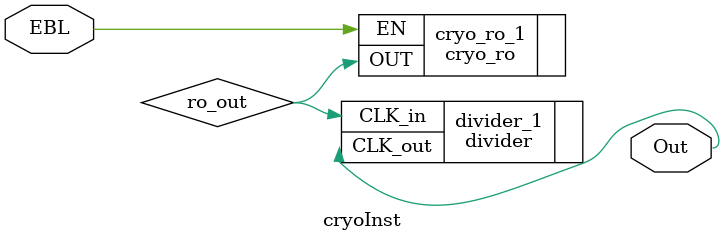
<source format=v>
module cryoInst
(
	input EBL,
	output Out
	);
	
	wire ro_out;
 
	cryo_ro cryo_ro_1(
		.EN(EBL),
		.OUT(ro_out)
	);

	divider divider_1(
	       	.CLK_in(ro_out),
		.CLK_out(Out)		
	);

endmodule


</source>
